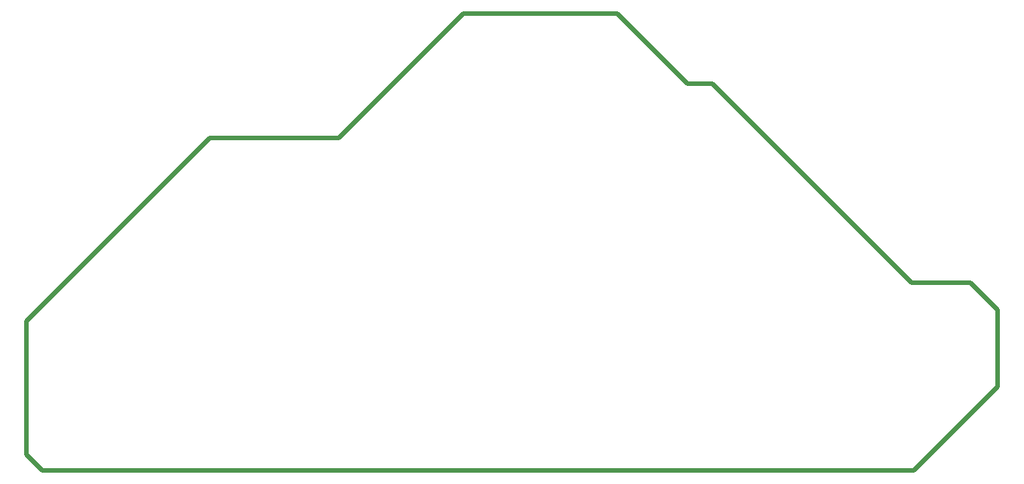
<source format=gko>
G04 start of page 4 for group 2 idx 2 *
G04 Title: (unknown), outline *
G04 Creator: pcb 20110918 *
G04 CreationDate: Sat 16 Nov 2013 09:53:12 PM GMT UTC *
G04 For: tyrian *
G04 Format: Gerber/RS-274X *
G04 PCB-Dimensions: 800000 800000 *
G04 PCB-Coordinate-Origin: lower left *
%MOIN*%
%FSLAX25Y25*%
%LNOUTLINE*%
%ADD88C,0.0200*%
G54D88*X480000Y655000D02*X568000Y567000D01*
X594000D01*
X606000Y555000D01*
Y521000D01*
X370000Y686000D02*X438000D01*
X469000Y655000D01*
X480000D01*
X370000Y686000D02*X315000Y631000D01*
X258000D01*
X606000Y521000D02*X569000Y484000D01*
X184000D01*
X258000Y631000D02*X177000Y550000D01*
Y491000D01*
X184000Y484000D01*
M02*

</source>
